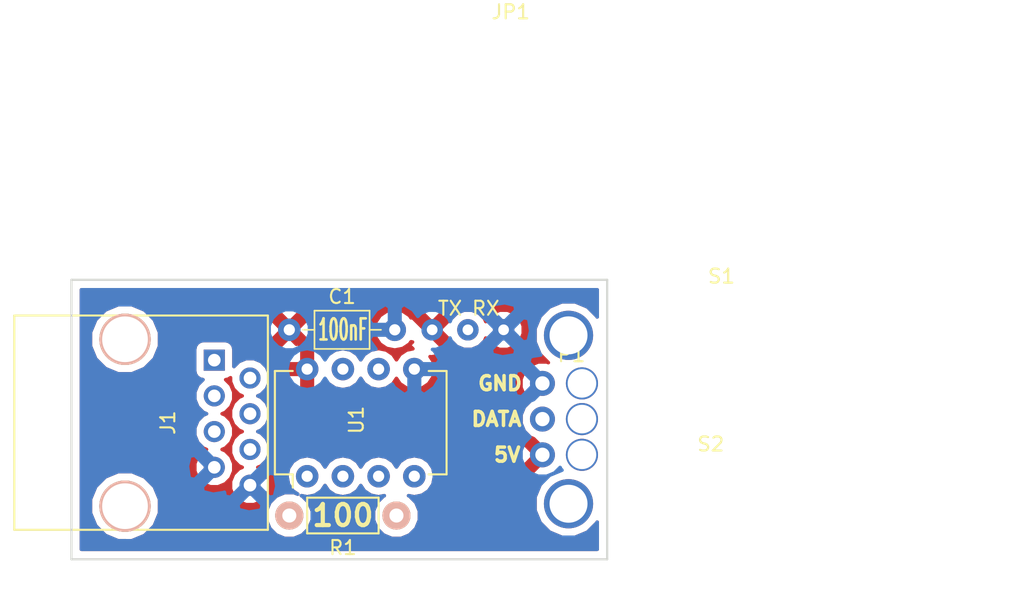
<source format=kicad_pcb>
(kicad_pcb (version 4) (host pcbnew 4.0.6)

  (general
    (links 16)
    (no_connects 8)
    (area 20.32 124.46 75.751 149.860001)
    (thickness 1.6)
    (drawings 11)
    (tracks 0)
    (zones 0)
    (modules 8)
    (nets 11)
  )

  (page A4)
  (layers
    (0 F.Cu signal)
    (31 B.Cu signal)
    (32 B.Adhes user)
    (33 F.Adhes user)
    (34 B.Paste user)
    (35 F.Paste user)
    (36 B.SilkS user)
    (37 F.SilkS user)
    (38 B.Mask user)
    (39 F.Mask user)
    (40 Dwgs.User user)
    (41 Cmts.User user)
    (42 Eco1.User user)
    (43 Eco2.User user)
    (44 Edge.Cuts user)
    (45 Margin user)
    (46 B.CrtYd user)
    (47 F.CrtYd user)
    (48 B.Fab user)
    (49 F.Fab user)
  )

  (setup
    (last_trace_width 0.4)
    (trace_clearance 0.2)
    (zone_clearance 0.508)
    (zone_45_only no)
    (trace_min 0.2)
    (segment_width 0.2)
    (edge_width 0.15)
    (via_size 0.4)
    (via_drill 0.3)
    (via_min_size 0.4)
    (via_min_drill 0.3)
    (uvia_size 0.3)
    (uvia_drill 0.1)
    (uvias_allowed no)
    (uvia_min_size 0.2)
    (uvia_min_drill 0.1)
    (pcb_text_width 0.3)
    (pcb_text_size 1.5 1.5)
    (mod_edge_width 0.15)
    (mod_text_size 1 1)
    (mod_text_width 0.15)
    (pad_size 3.5 3.5)
    (pad_drill 2.7)
    (pad_to_mask_clearance 0.2)
    (aux_axis_origin 0 0)
    (visible_elements FFFFFF7F)
    (pcbplotparams
      (layerselection 0x010f0_80000001)
      (usegerberextensions true)
      (excludeedgelayer true)
      (linewidth 0.100000)
      (plotframeref false)
      (viasonmask false)
      (mode 1)
      (useauxorigin false)
      (hpglpennumber 1)
      (hpglpenspeed 20)
      (hpglpendiameter 15)
      (hpglpenoverlay 2)
      (psnegative false)
      (psa4output false)
      (plotreference true)
      (plotvalue true)
      (plotinvisibletext false)
      (padsonsilk false)
      (subtractmaskfromsilk false)
      (outputformat 1)
      (mirror false)
      (drillshape 0)
      (scaleselection 1)
      (outputdirectory bixi_node.gerbers/))
  )

  (net 0 "")
  (net 1 VCC)
  (net 2 GND)
  (net 3 "Net-(J1-Pad4)")
  (net 4 /DATA)
  (net 5 /DATA_DIFF_A)
  (net 6 /DATA_DIFF_B)
  (net 7 /MODE)
  (net 8 "Net-(J1-Pad3)")
  (net 9 "Net-(J1-Pad5)")
  (net 10 "Net-(J1-Pad6)")

  (net_class Default "This is the default net class."
    (clearance 0.2)
    (trace_width 0.4)
    (via_dia 0.4)
    (via_drill 0.3)
    (uvia_dia 0.3)
    (uvia_drill 0.1)
    (add_net /DATA)
    (add_net /DATA_DIFF_A)
    (add_net /DATA_DIFF_B)
    (add_net /MODE)
    (add_net GND)
    (add_net "Net-(J1-Pad3)")
    (add_net "Net-(J1-Pad4)")
    (add_net "Net-(J1-Pad5)")
    (add_net "Net-(J1-Pad6)")
    (add_net VCC)
  )

  (module Mounting_Holes:MountingHole_2.7mm_Pad locked (layer F.Cu) (tedit 5924CFD1) (tstamp 5924CE23)
    (at 60.75 142.9255)
    (descr "Mounting Hole 2.7mm")
    (tags "mounting hole 2.7mm")
    (fp_text reference S2 (at 10.116 -4.2415) (layer F.SilkS)
      (effects (font (size 1 1) (thickness 0.15)))
    )
    (fp_text value MountingHole_2.7mm_Pad (at 20.276 5.6645) (layer F.Fab)
      (effects (font (size 1 1) (thickness 0.15)))
    )
    (fp_circle (center 0 0) (end 2.7 0) (layer Cmts.User) (width 0.15))
    (fp_circle (center 0 0) (end 2.95 0) (layer F.CrtYd) (width 0.05))
    (pad 1 thru_hole circle (at 0 0) (size 3.5 3.5) (drill 2.7) (layers *.Cu *.Mask))
  )

  (module Housings_DIP:DIP-8_W7.62mm (layer F.Cu) (tedit 5902A5B2) (tstamp 58D6C62E)
    (at 42.164 140.97 90)
    (descr "8-lead dip package, row spacing 7.62 mm (300 mils)")
    (tags "dil dip 2.54 300")
    (path /58CE0617)
    (fp_text reference U1 (at 4 3.5 90) (layer F.SilkS)
      (effects (font (size 1 1) (thickness 0.15)))
    )
    (fp_text value SP3485CN (at 0 -3.72 90) (layer F.Fab)
      (effects (font (size 1 1) (thickness 0.15)))
    )
    (fp_line (start -1.05 -2.45) (end -1.05 10.1) (layer F.CrtYd) (width 0.05))
    (fp_line (start 8.65 -2.45) (end 8.65 10.1) (layer F.CrtYd) (width 0.05))
    (fp_line (start -1.05 -2.45) (end 8.65 -2.45) (layer F.CrtYd) (width 0.05))
    (fp_line (start -1.05 10.1) (end 8.65 10.1) (layer F.CrtYd) (width 0.05))
    (fp_line (start 0.135 -2.295) (end 0.135 -1.025) (layer F.SilkS) (width 0.15))
    (fp_line (start 7.485 -2.295) (end 7.485 -1.025) (layer F.SilkS) (width 0.15))
    (fp_line (start 7.485 9.915) (end 7.485 8.645) (layer F.SilkS) (width 0.15))
    (fp_line (start 0.135 9.915) (end 0.135 8.645) (layer F.SilkS) (width 0.15))
    (fp_line (start 0.135 -2.295) (end 7.485 -2.295) (layer F.SilkS) (width 0.15))
    (fp_line (start 0.135 9.915) (end 7.485 9.915) (layer F.SilkS) (width 0.15))
    (fp_line (start 0.135 -1.025) (end -0.8 -1.025) (layer F.SilkS) (width 0.15))
    (pad 1 thru_hole oval (at 0 0 90) (size 1.6 1.6) (drill 0.8) (layers *.Cu *.Mask)
      (net 4 /DATA))
    (pad 2 thru_hole oval (at 0 2.54 90) (size 1.6 1.6) (drill 0.8) (layers *.Cu *.Mask)
      (net 7 /MODE))
    (pad 3 thru_hole oval (at 0 5.08 90) (size 1.6 1.6) (drill 0.8) (layers *.Cu *.Mask)
      (net 7 /MODE))
    (pad 4 thru_hole oval (at 0 7.62 90) (size 1.6 1.6) (drill 0.8) (layers *.Cu *.Mask)
      (net 4 /DATA))
    (pad 5 thru_hole oval (at 7.62 7.62 90) (size 1.6 1.6) (drill 0.8) (layers *.Cu *.Mask)
      (net 2 GND))
    (pad 6 thru_hole oval (at 7.62 5.08 90) (size 1.6 1.6) (drill 0.8) (layers *.Cu *.Mask)
      (net 5 /DATA_DIFF_A))
    (pad 7 thru_hole oval (at 7.62 2.54 90) (size 1.6 1.6) (drill 0.8) (layers *.Cu *.Mask)
      (net 6 /DATA_DIFF_B))
    (pad 8 thru_hole oval (at 7.62 0 90) (size 1.6 1.6) (drill 0.8) (layers *.Cu *.Mask)
      (net 1 VCC))
    (model Housings_DIP.3dshapes/DIP-8_W7.62mm.wrl
      (at (xyz 0 0 0))
      (scale (xyz 1 1 1))
      (rotate (xyz 0 0 0))
    )
  )

  (module Connectors:RJ45_8 (layer F.Cu) (tedit 5924CF9E) (tstamp 58D6C615)
    (at 29.21 137.16 270)
    (tags RJ45)
    (path /58CDFC74)
    (fp_text reference J1 (at 0 -3.048 270) (layer F.SilkS)
      (effects (font (size 1 1) (thickness 0.15)))
    )
    (fp_text value RJ45 (at 0.14224 -0.1016 270) (layer F.Fab)
      (effects (font (size 1 1) (thickness 0.15)))
    )
    (fp_line (start -7.62 7.874) (end 7.62 7.874) (layer F.SilkS) (width 0.15))
    (fp_line (start 7.62 7.874) (end 7.62 -10.16) (layer F.SilkS) (width 0.15))
    (fp_line (start 7.62 -10.16) (end -7.62 -10.16) (layer F.SilkS) (width 0.15))
    (fp_line (start -7.62 -10.16) (end -7.62 7.874) (layer F.SilkS) (width 0.15))
    (pad Hole np_thru_hole circle (at 5.93852 0 270) (size 3.64998 3.64998) (drill 3.2512) (layers *.Cu *.SilkS *.Mask))
    (pad Hole np_thru_hole circle (at -5.9309 0 270) (size 3.64998 3.64998) (drill 3.2512) (layers *.Cu *.SilkS *.Mask))
    (pad 1 thru_hole rect (at -4.445 -6.35 270) (size 1.50114 1.50114) (drill 0.89916) (layers *.Cu *.Mask)
      (net 5 /DATA_DIFF_A))
    (pad 2 thru_hole circle (at -3.175 -8.89 270) (size 1.50114 1.50114) (drill 0.89916) (layers *.Cu *.Mask)
      (net 6 /DATA_DIFF_B))
    (pad 3 thru_hole circle (at -1.905 -6.35 270) (size 1.50114 1.50114) (drill 0.89916) (layers *.Cu *.Mask)
      (net 8 "Net-(J1-Pad3)"))
    (pad 4 thru_hole circle (at -0.635 -8.89 270) (size 1.50114 1.50114) (drill 0.89916) (layers *.Cu *.Mask)
      (net 3 "Net-(J1-Pad4)"))
    (pad 5 thru_hole circle (at 0.635 -6.35 270) (size 1.50114 1.50114) (drill 0.89916) (layers *.Cu *.Mask)
      (net 9 "Net-(J1-Pad5)"))
    (pad 6 thru_hole circle (at 1.905 -8.89 270) (size 1.50114 1.50114) (drill 0.89916) (layers *.Cu *.Mask)
      (net 10 "Net-(J1-Pad6)"))
    (pad 7 thru_hole circle (at 3.175 -6.35 270) (size 1.50114 1.50114) (drill 0.89916) (layers *.Cu *.Mask)
      (net 2 GND))
    (pad 8 thru_hole circle (at 4.445 -8.89 270) (size 1.50114 1.50114) (drill 0.89916) (layers *.Cu *.Mask)
      (net 2 GND))
    (model Connect.3dshapes/RJ45_8.wrl
      (at (xyz 0 0 0))
      (scale (xyz 0.4 0.4 0.4))
      (rotate (xyz 0 0 0))
    )
  )

  (module Resistors_THT:Resistor_Horizontal_RM7mm (layer F.Cu) (tedit 5924CEEC) (tstamp 58F4D1B9)
    (at 40.894 143.764)
    (descr "Resistor, Axial,  RM 7.62mm, 1/3W,")
    (tags "Resistor Axial RM 7.62mm 1/3W R3")
    (path /5901DDA4)
    (fp_text reference R1 (at 3.81 2.286) (layer F.SilkS)
      (effects (font (size 1 1) (thickness 0.15)))
    )
    (fp_text value R (at 3.81 3.81) (layer F.Fab)
      (effects (font (size 1 1) (thickness 0.15)))
    )
    (fp_line (start -1.25 -1.5) (end 8.85 -1.5) (layer F.CrtYd) (width 0.05))
    (fp_line (start -1.25 1.5) (end -1.25 -1.5) (layer F.CrtYd) (width 0.05))
    (fp_line (start 8.85 -1.5) (end 8.85 1.5) (layer F.CrtYd) (width 0.05))
    (fp_line (start -1.25 1.5) (end 8.85 1.5) (layer F.CrtYd) (width 0.05))
    (fp_line (start 1.27 -1.27) (end 6.35 -1.27) (layer F.SilkS) (width 0.15))
    (fp_line (start 6.35 -1.27) (end 6.35 1.27) (layer F.SilkS) (width 0.15))
    (fp_line (start 6.35 1.27) (end 1.27 1.27) (layer F.SilkS) (width 0.15))
    (fp_line (start 1.27 1.27) (end 1.27 -1.27) (layer F.SilkS) (width 0.15))
    (pad 1 thru_hole circle (at 0 0) (size 1.99898 1.99898) (drill 1.00076) (layers *.Cu *.SilkS *.Mask)
      (net 6 /DATA_DIFF_B))
    (pad 2 thru_hole circle (at 7.62 0) (size 1.99898 1.99898) (drill 1.00076) (layers *.Cu *.SilkS *.Mask)
      (net 5 /DATA_DIFF_A))
  )

  (module custom:jumper_3_pin_fixed (layer F.Cu) (tedit 5924CFF8) (tstamp 58EA52F2)
    (at 53.594 130.556)
    (path /58EA59A3)
    (fp_text reference JP1 (at 3.048 -22.606) (layer F.SilkS)
      (effects (font (size 1 1) (thickness 0.15)))
    )
    (fp_text value Jumper_NC_Dual (at 2.794 -19.812) (layer F.Fab)
      (effects (font (size 1 1) (thickness 0.15)))
    )
    (pad 1 thru_hole circle (at -2.54 0) (size 1.524 1.524) (drill 0.762) (layers *.Cu *.Mask)
      (net 1 VCC))
    (pad 2 thru_hole circle (at 0 0) (size 1.524 1.524) (drill 0.762) (layers *.Cu *.Mask)
      (net 7 /MODE))
    (pad 3 thru_hole circle (at 2.54 0) (size 1.524 1.524) (drill 0.762) (layers *.Cu *.Mask)
      (net 2 GND))
  )

  (module Capacitors_THT:C_Axial_L3.8mm_D2.6mm_P7.50mm_Horizontal (layer F.Cu) (tedit 58765D06) (tstamp 5902A596)
    (at 40.894 130.556)
    (descr "C, Axial series, Axial, Horizontal, pin pitch=7.5mm, , length*diameter=3.8*2.6mm^2, http://www.vishay.com/docs/45231/arseries.pdf")
    (tags "C Axial series Axial Horizontal pin pitch 7.5mm  length 3.8mm diameter 2.6mm")
    (path /58CE0786)
    (fp_text reference C1 (at 3.75 -2.36) (layer F.SilkS)
      (effects (font (size 1 1) (thickness 0.15)))
    )
    (fp_text value C (at 3.75 2.36) (layer F.Fab)
      (effects (font (size 1 1) (thickness 0.15)))
    )
    (fp_line (start 1.85 -1.3) (end 1.85 1.3) (layer F.Fab) (width 0.1))
    (fp_line (start 1.85 1.3) (end 5.65 1.3) (layer F.Fab) (width 0.1))
    (fp_line (start 5.65 1.3) (end 5.65 -1.3) (layer F.Fab) (width 0.1))
    (fp_line (start 5.65 -1.3) (end 1.85 -1.3) (layer F.Fab) (width 0.1))
    (fp_line (start 0 0) (end 1.85 0) (layer F.Fab) (width 0.1))
    (fp_line (start 7.5 0) (end 5.65 0) (layer F.Fab) (width 0.1))
    (fp_line (start 1.79 -1.36) (end 1.79 1.36) (layer F.SilkS) (width 0.12))
    (fp_line (start 1.79 1.36) (end 5.71 1.36) (layer F.SilkS) (width 0.12))
    (fp_line (start 5.71 1.36) (end 5.71 -1.36) (layer F.SilkS) (width 0.12))
    (fp_line (start 5.71 -1.36) (end 1.79 -1.36) (layer F.SilkS) (width 0.12))
    (fp_line (start 0.98 0) (end 1.79 0) (layer F.SilkS) (width 0.12))
    (fp_line (start 6.52 0) (end 5.71 0) (layer F.SilkS) (width 0.12))
    (fp_line (start -1.05 -1.65) (end -1.05 1.65) (layer F.CrtYd) (width 0.05))
    (fp_line (start -1.05 1.65) (end 8.55 1.65) (layer F.CrtYd) (width 0.05))
    (fp_line (start 8.55 1.65) (end 8.55 -1.65) (layer F.CrtYd) (width 0.05))
    (fp_line (start 8.55 -1.65) (end -1.05 -1.65) (layer F.CrtYd) (width 0.05))
    (pad 1 thru_hole circle (at 0 0) (size 1.6 1.6) (drill 0.8) (layers *.Cu *.Mask)
      (net 1 VCC))
    (pad 2 thru_hole oval (at 7.5 0) (size 1.6 1.6) (drill 0.8) (layers *.Cu *.Mask)
      (net 2 GND))
    (model Capacitors_THT.3dshapes/C_Axial_L3.8mm_D2.6mm_P7.50mm_Horizontal.wrl
      (at (xyz 0 0 0))
      (scale (xyz 0.393701 0.393701 0.393701))
      (rotate (xyz 0 0 0))
    )
  )

  (module custom:3-wire-hole-with-relief (layer F.Cu) (tedit 5924CFA5) (tstamp 5927393F)
    (at 60.706 136.906)
    (path /58D6C384)
    (fp_text reference P1 (at 0.254 -4.572) (layer F.SilkS)
      (effects (font (size 1 1) (thickness 0.15)))
    )
    (fp_text value CONN_01X03 (at 23.368 1.27) (layer F.Fab)
      (effects (font (size 1 1) (thickness 0.15)))
    )
    (pad 1 thru_hole circle (at -1.81 -2.54) (size 1.778 1.778) (drill 1.016) (layers *.Cu *.Mask)
      (net 2 GND))
    (pad 2 thru_hole circle (at -1.81 0) (size 1.778 1.778) (drill 1.016) (layers *.Cu *.Mask)
      (net 4 /DATA))
    (pad 3 thru_hole circle (at -1.81 2.54) (size 1.778 1.778) (drill 1.016) (layers *.Cu *.Mask)
      (net 1 VCC))
    (pad "" np_thru_hole circle (at 1 -2.54) (size 2.286 2.286) (drill 2.032) (layers *.Cu *.Mask))
    (pad "" np_thru_hole circle (at 1 0) (size 2.286 2.286) (drill 2.032) (layers *.Cu *.Mask))
    (pad "" np_thru_hole circle (at 1 2.54) (size 2.286 2.286) (drill 2.032) (layers *.Cu *.Mask))
  )

  (module Mounting_Holes:MountingHole_2.7mm_Pad locked (layer F.Cu) (tedit 5924CFCC) (tstamp 5924CDA8)
    (at 60.75 130.95)
    (descr "Mounting Hole 2.7mm")
    (tags "mounting hole 2.7mm")
    (fp_text reference S1 (at 10.878 -4.204) (layer F.SilkS)
      (effects (font (size 1 1) (thickness 0.15)))
    )
    (fp_text value MountingHole_2.7mm_Pad (at 22.562 -1.41) (layer F.Fab)
      (effects (font (size 1 1) (thickness 0.15)))
    )
    (fp_circle (center 0 0) (end 2.7 0) (layer Cmts.User) (width 0.15))
    (fp_circle (center 0 0) (end 2.95 0) (layer F.CrtYd) (width 0.05))
    (pad 1 thru_hole circle (at 0 0) (size 3.5 3.5) (drill 2.7) (layers *.Cu *.Mask))
  )

  (gr_text 5V (at 56.388 139.446) (layer F.SilkS) (tstamp 5924D153)
    (effects (font (size 1 1) (thickness 0.25)))
  )
  (gr_text DATA (at 55.626 136.906) (layer F.SilkS) (tstamp 5924D151)
    (effects (font (size 1 1) (thickness 0.25)))
  )
  (gr_text GND (at 55.88 134.366) (layer F.SilkS)
    (effects (font (size 1 1) (thickness 0.25)))
  )
  (gr_text 100 (at 44.704 143.764) (layer F.SilkS)
    (effects (font (size 1.5 1.5) (thickness 0.3)))
  )
  (gr_text 100nF (at 44.704 130.556) (layer F.SilkS)
    (effects (font (size 1.5 0.75) (thickness 0.1875)))
  )
  (gr_line (start 25.4 146.8755) (end 63.5 146.8755) (angle 90) (layer Edge.Cuts) (width 0.15) (tstamp 5924CA57))
  (gr_line (start 63.5 127) (end 63.5 146.8755) (angle 90) (layer Edge.Cuts) (width 0.15) (tstamp 5924CA4E))
  (gr_line (start 25.4 127) (end 25.4 146.8755) (angle 90) (layer Edge.Cuts) (width 0.15))
  (gr_line (start 25.4 127) (end 63.5 127) (angle 90) (layer Edge.Cuts) (width 0.15))
  (gr_text RX (at 54.864 129.032) (layer F.SilkS)
    (effects (font (size 1 1) (thickness 0.15)))
  )
  (gr_text TX (at 52.324 129.032) (layer F.SilkS)
    (effects (font (size 1 1) (thickness 0.15)))
  )

  (zone (net 1) (net_name VCC) (layer F.Cu) (tstamp 5924CF79) (hatch edge 0.508)
    (connect_pads (clearance 0.508))
    (min_thickness 0.254)
    (fill yes (arc_segments 16) (thermal_gap 1) (thermal_bridge_width 1))
    (polygon
      (pts
        (xy 66.04 149.86) (xy 20.32 149.86) (xy 20.32 124.46) (xy 66.04 124.46)
      )
    )
    (filled_polygon
      (pts
        (xy 62.79 129.641711) (xy 62.773084 129.600771) (xy 62.102758 128.929274) (xy 61.226487 128.565415) (xy 60.277675 128.564587)
        (xy 59.400771 128.926916) (xy 58.729274 129.597242) (xy 58.365415 130.473513) (xy 58.364587 131.422325) (xy 58.726916 132.299229)
        (xy 59.317525 132.89087) (xy 59.200472 132.842265) (xy 58.594188 132.841736) (xy 58.033851 133.073262) (xy 57.604769 133.501596)
        (xy 57.372265 134.061528) (xy 57.371736 134.667812) (xy 57.603262 135.228149) (xy 58.010737 135.636336) (xy 57.604769 136.041596)
        (xy 57.372265 136.601528) (xy 57.371736 137.207812) (xy 57.603262 137.768149) (xy 58.031596 138.197231) (xy 58.276372 138.298871)
        (xy 58.896 138.918498) (xy 58.910142 138.904356) (xy 59.437644 139.431858) (xy 59.423502 139.446) (xy 59.437644 139.460142)
        (xy 58.910142 139.987644) (xy 58.896 139.973502) (xy 57.933568 140.935933) (xy 58.009632 141.300567) (xy 58.786814 141.498595)
        (xy 58.806376 141.495774) (xy 58.729274 141.572742) (xy 58.365415 142.449013) (xy 58.364587 143.397825) (xy 58.726916 144.274729)
        (xy 59.397242 144.946226) (xy 60.273513 145.310085) (xy 61.222325 145.310913) (xy 62.099229 144.948584) (xy 62.770726 144.278258)
        (xy 62.79 144.231841) (xy 62.79 146.1655) (xy 26.11 146.1655) (xy 26.11 143.585695) (xy 26.749584 143.585695)
        (xy 27.123306 144.490172) (xy 27.814708 145.182782) (xy 28.718531 145.558082) (xy 29.697175 145.558936) (xy 30.601652 145.185214)
        (xy 31.294262 144.493812) (xy 31.462896 144.087694) (xy 39.259226 144.087694) (xy 39.507538 144.688655) (xy 39.966927 145.148846)
        (xy 40.567453 145.398206) (xy 41.217694 145.398774) (xy 41.818655 145.150462) (xy 42.278846 144.691073) (xy 42.528206 144.090547)
        (xy 42.528774 143.440306) (xy 42.280462 142.839345) (xy 41.821073 142.379154) (xy 41.755183 142.351794) (xy 42.164 142.433113)
        (xy 42.713151 142.32388) (xy 43.178698 142.012811) (xy 43.434 141.630725) (xy 43.689302 142.012811) (xy 44.154849 142.32388)
        (xy 44.704 142.433113) (xy 45.253151 142.32388) (xy 45.718698 142.012811) (xy 45.974 141.630725) (xy 46.229302 142.012811)
        (xy 46.694849 142.32388) (xy 47.244 142.433113) (xy 47.650566 142.352242) (xy 47.589345 142.377538) (xy 47.129154 142.836927)
        (xy 46.879794 143.437453) (xy 46.879226 144.087694) (xy 47.127538 144.688655) (xy 47.586927 145.148846) (xy 48.187453 145.398206)
        (xy 48.837694 145.398774) (xy 49.438655 145.150462) (xy 49.898846 144.691073) (xy 50.148206 144.090547) (xy 50.148774 143.440306)
        (xy 49.900462 142.839345) (xy 49.441073 142.379154) (xy 49.375183 142.351794) (xy 49.784 142.433113) (xy 50.333151 142.32388)
        (xy 50.798698 142.012811) (xy 51.109767 141.547264) (xy 51.219 140.998113) (xy 51.219 140.941887) (xy 51.109767 140.392736)
        (xy 50.798698 139.927189) (xy 50.333151 139.61612) (xy 49.784 139.506887) (xy 49.234849 139.61612) (xy 48.769302 139.927189)
        (xy 48.514 140.309275) (xy 48.258698 139.927189) (xy 47.793151 139.61612) (xy 47.244 139.506887) (xy 46.694849 139.61612)
        (xy 46.229302 139.927189) (xy 45.974 140.309275) (xy 45.718698 139.927189) (xy 45.253151 139.61612) (xy 44.704 139.506887)
        (xy 44.154849 139.61612) (xy 43.689302 139.927189) (xy 43.434 140.309275) (xy 43.178698 139.927189) (xy 42.713151 139.61612)
        (xy 42.164 139.506887) (xy 41.614849 139.61612) (xy 41.149302 139.927189) (xy 40.838233 140.392736) (xy 40.729 140.941887)
        (xy 40.729 140.998113) (xy 40.838233 141.547264) (xy 41.149302 142.012811) (xy 41.494832 142.243687) (xy 41.220547 142.129794)
        (xy 40.570306 142.129226) (xy 39.969345 142.377538) (xy 39.509154 142.836927) (xy 39.259794 143.437453) (xy 39.259226 144.087694)
        (xy 31.462896 144.087694) (xy 31.669562 143.589989) (xy 31.670416 142.611345) (xy 31.296694 141.706868) (xy 30.605292 141.014258)
        (xy 29.701469 140.638958) (xy 28.722825 140.638104) (xy 27.818348 141.011826) (xy 27.125738 141.703228) (xy 26.750438 142.607051)
        (xy 26.749584 143.585695) (xy 26.11 143.585695) (xy 26.11 131.716275) (xy 26.749584 131.716275) (xy 27.123306 132.620752)
        (xy 27.814708 133.313362) (xy 28.718531 133.688662) (xy 29.697175 133.689516) (xy 30.601652 133.315794) (xy 31.294262 132.624392)
        (xy 31.568302 131.96443) (xy 34.16199 131.96443) (xy 34.16199 133.46557) (xy 34.206268 133.700887) (xy 34.34534 133.917011)
        (xy 34.55754 134.062001) (xy 34.754021 134.101789) (xy 34.386056 134.469113) (xy 34.174671 134.978184) (xy 34.17419 135.529398)
        (xy 34.384686 136.038837) (xy 34.774113 136.428944) (xy 35.005381 136.524975) (xy 34.776163 136.619686) (xy 34.386056 137.009113)
        (xy 34.174671 137.518184) (xy 34.17419 138.069398) (xy 34.384686 138.578837) (xy 34.774113 138.968944) (xy 35.005381 139.064975)
        (xy 34.776163 139.159686) (xy 34.386056 139.549113) (xy 34.174671 140.058184) (xy 34.17419 140.609398) (xy 34.384686 141.118837)
        (xy 34.774113 141.508944) (xy 35.283184 141.720329) (xy 35.834398 141.72081) (xy 36.343837 141.510314) (xy 36.733944 141.120887)
        (xy 36.945329 140.611816) (xy 36.94581 140.060602) (xy 36.735314 139.551163) (xy 36.345887 139.161056) (xy 36.114619 139.065025)
        (xy 36.343837 138.970314) (xy 36.733944 138.580887) (xy 36.945329 138.071816) (xy 36.94581 137.520602) (xy 36.735314 137.011163)
        (xy 36.345887 136.621056) (xy 36.114619 136.525025) (xy 36.343837 136.430314) (xy 36.733944 136.040887) (xy 36.945329 135.531816)
        (xy 36.94581 134.980602) (xy 36.735314 134.471163) (xy 36.367156 134.102363) (xy 36.545887 134.068732) (xy 36.714451 133.960264)
        (xy 36.71419 134.259398) (xy 36.924686 134.768837) (xy 37.314113 135.158944) (xy 37.545381 135.254975) (xy 37.316163 135.349686)
        (xy 36.926056 135.739113) (xy 36.714671 136.248184) (xy 36.71419 136.799398) (xy 36.924686 137.308837) (xy 37.314113 137.698944)
        (xy 37.545381 137.794975) (xy 37.316163 137.889686) (xy 36.926056 138.279113) (xy 36.714671 138.788184) (xy 36.71419 139.339398)
        (xy 36.924686 139.848837) (xy 37.314113 140.238944) (xy 37.545381 140.334975) (xy 37.316163 140.429686) (xy 36.926056 140.819113)
        (xy 36.714671 141.328184) (xy 36.71419 141.879398) (xy 36.924686 142.388837) (xy 37.314113 142.778944) (xy 37.823184 142.990329)
        (xy 38.374398 142.99081) (xy 38.883837 142.780314) (xy 39.273944 142.390887) (xy 39.485329 141.881816) (xy 39.48581 141.330602)
        (xy 39.275314 140.821163) (xy 38.885887 140.431056) (xy 38.654619 140.335025) (xy 38.883837 140.240314) (xy 39.273944 139.850887)
        (xy 39.485329 139.341816) (xy 39.485333 139.336814) (xy 56.843405 139.336814) (xy 56.957866 140.130619) (xy 57.041433 140.332368)
        (xy 57.406067 140.408432) (xy 58.368498 139.446) (xy 57.406067 138.483568) (xy 57.041433 138.559632) (xy 56.843405 139.336814)
        (xy 39.485333 139.336814) (xy 39.48581 138.790602) (xy 39.275314 138.281163) (xy 38.885887 137.891056) (xy 38.654619 137.795025)
        (xy 38.883837 137.700314) (xy 39.273944 137.310887) (xy 39.485329 136.801816) (xy 39.48581 136.250602) (xy 39.275314 135.741163)
        (xy 38.885887 135.351056) (xy 38.654619 135.255025) (xy 38.883837 135.160314) (xy 39.273944 134.770887) (xy 39.485329 134.261816)
        (xy 39.485545 134.014159) (xy 40.355048 134.014159) (xy 40.746909 134.655859) (xy 41.354509 135.098754) (xy 41.499844 135.158929)
        (xy 41.791 134.95241) (xy 41.791 133.723) (xy 40.555172 133.723) (xy 40.355048 134.014159) (xy 39.485545 134.014159)
        (xy 39.48581 133.710602) (xy 39.275314 133.201163) (xy 38.885887 132.811056) (xy 38.376816 132.599671) (xy 37.825602 132.59919)
        (xy 37.316163 132.809686) (xy 36.95801 133.167215) (xy 36.95801 131.980218) (xy 39.997284 131.980218) (xy 40.061914 132.335854)
        (xy 40.502635 132.444156) (xy 40.355048 132.685841) (xy 40.555172 132.977) (xy 41.791 132.977) (xy 41.791 131.74759)
        (xy 42.537 131.74759) (xy 42.537 132.977) (xy 42.557 132.977) (xy 42.557 133.723) (xy 42.537 133.723)
        (xy 42.537 134.95241) (xy 42.828156 135.158929) (xy 42.973491 135.098754) (xy 43.581091 134.655859) (xy 43.726533 134.417688)
        (xy 44.154849 134.70388) (xy 44.704 134.813113) (xy 45.253151 134.70388) (xy 45.718698 134.392811) (xy 45.974 134.010725)
        (xy 46.229302 134.392811) (xy 46.694849 134.70388) (xy 47.244 134.813113) (xy 47.793151 134.70388) (xy 48.258698 134.392811)
        (xy 48.514 134.010725) (xy 48.769302 134.392811) (xy 49.234849 134.70388) (xy 49.784 134.813113) (xy 50.333151 134.70388)
        (xy 50.798698 134.392811) (xy 51.109767 133.927264) (xy 51.219 133.378113) (xy 51.219 133.321887) (xy 51.109767 132.772736)
        (xy 50.902669 132.462792) (xy 50.975589 132.480411) (xy 51.717997 132.363931) (xy 51.862883 132.303918) (xy 51.922604 131.952106)
        (xy 51.054 131.083502) (xy 51.039858 131.097644) (xy 50.512356 130.570142) (xy 50.526498 130.556) (xy 51.581502 130.556)
        (xy 52.450106 131.424604) (xy 52.481786 131.419226) (xy 52.80163 131.739629) (xy 53.3149 131.952757) (xy 53.870661 131.953242)
        (xy 54.384303 131.74101) (xy 54.777629 131.34837) (xy 54.863949 131.140488) (xy 54.94899 131.346303) (xy 55.34163 131.739629)
        (xy 55.8549 131.952757) (xy 56.410661 131.953242) (xy 56.924303 131.74101) (xy 57.317629 131.34837) (xy 57.530757 130.8351)
        (xy 57.531242 130.279339) (xy 57.31901 129.765697) (xy 56.92637 129.372371) (xy 56.4131 129.159243) (xy 55.857339 129.158758)
        (xy 55.343697 129.37099) (xy 54.950371 129.76363) (xy 54.864051 129.971512) (xy 54.77901 129.765697) (xy 54.38637 129.372371)
        (xy 53.8731 129.159243) (xy 53.317339 129.158758) (xy 52.803697 129.37099) (xy 52.481414 129.692711) (xy 52.450106 129.687396)
        (xy 51.581502 130.556) (xy 50.526498 130.556) (xy 49.657894 129.687396) (xy 49.547006 129.70622) (xy 49.436811 129.541302)
        (xy 48.971264 129.230233) (xy 48.617647 129.159894) (xy 50.185396 129.159894) (xy 51.054 130.028498) (xy 51.922604 129.159894)
        (xy 51.862883 128.808082) (xy 51.132411 128.631589) (xy 50.390003 128.748069) (xy 50.245117 128.808082) (xy 50.185396 129.159894)
        (xy 48.617647 129.159894) (xy 48.422113 129.121) (xy 48.365887 129.121) (xy 47.816736 129.230233) (xy 47.351189 129.541302)
        (xy 47.04012 130.006849) (xy 46.930887 130.556) (xy 47.04012 131.105151) (xy 47.351189 131.570698) (xy 47.816736 131.881767)
        (xy 48.365887 131.991) (xy 48.422113 131.991) (xy 48.971264 131.881767) (xy 49.436811 131.570698) (xy 49.547006 131.40578)
        (xy 49.657892 131.424604) (xy 49.430114 131.652382) (xy 49.684426 131.906694) (xy 49.234849 131.99612) (xy 48.769302 132.307189)
        (xy 48.514 132.689275) (xy 48.258698 132.307189) (xy 47.793151 131.99612) (xy 47.244 131.886887) (xy 46.694849 131.99612)
        (xy 46.229302 132.307189) (xy 45.974 132.689275) (xy 45.718698 132.307189) (xy 45.253151 131.99612) (xy 44.704 131.886887)
        (xy 44.154849 131.99612) (xy 43.726533 132.282312) (xy 43.581091 132.044141) (xy 42.973491 131.601246) (xy 42.828156 131.541071)
        (xy 42.537 131.74759) (xy 41.791 131.74759) (xy 41.499844 131.541071) (xy 41.394985 131.584487) (xy 40.894 131.083502)
        (xy 39.997284 131.980218) (xy 36.95801 131.980218) (xy 36.95801 131.96443) (xy 36.913732 131.729113) (xy 36.77466 131.512989)
        (xy 36.56246 131.367999) (xy 36.31057 131.31699) (xy 34.80943 131.31699) (xy 34.574113 131.361268) (xy 34.357989 131.50034)
        (xy 34.212999 131.71254) (xy 34.16199 131.96443) (xy 31.568302 131.96443) (xy 31.669562 131.720569) (xy 31.670416 130.741925)
        (xy 31.557387 130.468373) (xy 38.931204 130.468373) (xy 39.04708 131.226173) (xy 39.114146 131.388086) (xy 39.469782 131.452716)
        (xy 40.366498 130.556) (xy 41.421502 130.556) (xy 42.318218 131.452716) (xy 42.673854 131.388086) (xy 42.856796 130.643627)
        (xy 42.74092 129.885827) (xy 42.673854 129.723914) (xy 42.318218 129.659284) (xy 41.421502 130.556) (xy 40.366498 130.556)
        (xy 39.469782 129.659284) (xy 39.114146 129.723914) (xy 38.931204 130.468373) (xy 31.557387 130.468373) (xy 31.296694 129.837448)
        (xy 30.605292 129.144838) (xy 30.57385 129.131782) (xy 39.997284 129.131782) (xy 40.894 130.028498) (xy 41.790716 129.131782)
        (xy 41.726086 128.776146) (xy 40.981627 128.593204) (xy 40.223827 128.70908) (xy 40.061914 128.776146) (xy 39.997284 129.131782)
        (xy 30.57385 129.131782) (xy 29.701469 128.769538) (xy 28.722825 128.768684) (xy 27.818348 129.142406) (xy 27.125738 129.833808)
        (xy 26.750438 130.737631) (xy 26.749584 131.716275) (xy 26.11 131.716275) (xy 26.11 127.71) (xy 62.79 127.71)
      )
    )
  )
  (zone (net 2) (net_name GND) (layer B.Cu) (tstamp 5924CF7A) (hatch edge 0.508)
    (connect_pads (clearance 0.508))
    (min_thickness 0.254)
    (fill yes (arc_segments 16) (thermal_gap 1) (thermal_bridge_width 1))
    (polygon
      (pts
        (xy 66.04 149.86) (xy 20.32 149.86) (xy 20.32 124.46) (xy 66.04 124.46)
      )
    )
    (filled_polygon
      (pts
        (xy 62.79 129.641711) (xy 62.773084 129.600771) (xy 62.102758 128.929274) (xy 61.226487 128.565415) (xy 60.277675 128.564587)
        (xy 59.400771 128.926916) (xy 58.729274 129.597242) (xy 58.365415 130.473513) (xy 58.364587 131.422325) (xy 58.726916 132.299229)
        (xy 58.774301 132.346697) (xy 58.211381 132.427866) (xy 58.009632 132.511433) (xy 57.933568 132.876067) (xy 58.896 133.838498)
        (xy 58.910142 133.824356) (xy 59.437644 134.351858) (xy 59.423502 134.366) (xy 59.437644 134.380142) (xy 58.910142 134.907644)
        (xy 58.896 134.893502) (xy 58.276499 135.513002) (xy 58.033851 135.613262) (xy 57.604769 136.041596) (xy 57.372265 136.601528)
        (xy 57.371736 137.207812) (xy 57.603262 137.768149) (xy 58.010737 138.176336) (xy 57.604769 138.581596) (xy 57.372265 139.141528)
        (xy 57.371736 139.747812) (xy 57.603262 140.308149) (xy 58.031596 140.737231) (xy 58.591528 140.969735) (xy 59.197812 140.970264)
        (xy 59.758149 140.738738) (xy 60.153343 140.344232) (xy 60.197806 140.45184) (xy 60.285906 140.540094) (xy 60.277675 140.540087)
        (xy 59.400771 140.902416) (xy 58.729274 141.572742) (xy 58.365415 142.449013) (xy 58.364587 143.397825) (xy 58.726916 144.274729)
        (xy 59.397242 144.946226) (xy 60.273513 145.310085) (xy 61.222325 145.310913) (xy 62.099229 144.948584) (xy 62.770726 144.278258)
        (xy 62.79 144.231841) (xy 62.79 146.1655) (xy 26.11 146.1655) (xy 26.11 143.585695) (xy 26.749584 143.585695)
        (xy 27.123306 144.490172) (xy 27.814708 145.182782) (xy 28.718531 145.558082) (xy 29.697175 145.558936) (xy 30.601652 145.185214)
        (xy 31.294262 144.493812) (xy 31.462896 144.087694) (xy 39.259226 144.087694) (xy 39.507538 144.688655) (xy 39.966927 145.148846)
        (xy 40.567453 145.398206) (xy 41.217694 145.398774) (xy 41.818655 145.150462) (xy 42.278846 144.691073) (xy 42.528206 144.090547)
        (xy 42.528774 143.440306) (xy 42.280462 142.839345) (xy 41.821073 142.379154) (xy 41.755183 142.351794) (xy 42.164 142.433113)
        (xy 42.713151 142.32388) (xy 43.178698 142.012811) (xy 43.434 141.630725) (xy 43.689302 142.012811) (xy 44.154849 142.32388)
        (xy 44.704 142.433113) (xy 45.253151 142.32388) (xy 45.718698 142.012811) (xy 45.974 141.630725) (xy 46.229302 142.012811)
        (xy 46.694849 142.32388) (xy 47.244 142.433113) (xy 47.650566 142.352242) (xy 47.589345 142.377538) (xy 47.129154 142.836927)
        (xy 46.879794 143.437453) (xy 46.879226 144.087694) (xy 47.127538 144.688655) (xy 47.586927 145.148846) (xy 48.187453 145.398206)
        (xy 48.837694 145.398774) (xy 49.438655 145.150462) (xy 49.898846 144.691073) (xy 50.148206 144.090547) (xy 50.148774 143.440306)
        (xy 49.900462 142.839345) (xy 49.441073 142.379154) (xy 49.375183 142.351794) (xy 49.784 142.433113) (xy 50.333151 142.32388)
        (xy 50.798698 142.012811) (xy 51.109767 141.547264) (xy 51.219 140.998113) (xy 51.219 140.941887) (xy 51.109767 140.392736)
        (xy 50.798698 139.927189) (xy 50.333151 139.61612) (xy 49.784 139.506887) (xy 49.234849 139.61612) (xy 48.769302 139.927189)
        (xy 48.514 140.309275) (xy 48.258698 139.927189) (xy 47.793151 139.61612) (xy 47.244 139.506887) (xy 46.694849 139.61612)
        (xy 46.229302 139.927189) (xy 45.974 140.309275) (xy 45.718698 139.927189) (xy 45.253151 139.61612) (xy 44.704 139.506887)
        (xy 44.154849 139.61612) (xy 43.689302 139.927189) (xy 43.434 140.309275) (xy 43.178698 139.927189) (xy 42.713151 139.61612)
        (xy 42.164 139.506887) (xy 41.614849 139.61612) (xy 41.149302 139.927189) (xy 40.838233 140.392736) (xy 40.729 140.941887)
        (xy 40.729 140.998113) (xy 40.838233 141.547264) (xy 41.149302 142.012811) (xy 41.494832 142.243687) (xy 41.220547 142.129794)
        (xy 40.570306 142.129226) (xy 39.969345 142.377538) (xy 39.509154 142.836927) (xy 39.259794 143.437453) (xy 39.259226 144.087694)
        (xy 31.462896 144.087694) (xy 31.669562 143.589989) (xy 31.670083 142.992643) (xy 37.239859 142.992643) (xy 37.2981 143.343306)
        (xy 38.024362 143.51786) (xy 38.76214 143.401198) (xy 38.9019 143.343306) (xy 38.960141 142.992643) (xy 38.1 142.132502)
        (xy 37.239859 142.992643) (xy 31.670083 142.992643) (xy 31.670416 142.611345) (xy 31.296694 141.706868) (xy 30.605292 141.014258)
        (xy 29.701469 140.638958) (xy 28.722825 140.638104) (xy 27.818348 141.011826) (xy 27.125738 141.703228) (xy 26.750438 142.607051)
        (xy 26.749584 143.585695) (xy 26.11 143.585695) (xy 26.11 140.259362) (xy 33.64714 140.259362) (xy 33.763802 140.99714)
        (xy 33.821694 141.1369) (xy 34.172357 141.195141) (xy 35.032498 140.335) (xy 34.172357 139.474859) (xy 33.821694 139.5331)
        (xy 33.64714 140.259362) (xy 26.11 140.259362) (xy 26.11 131.716275) (xy 26.749584 131.716275) (xy 27.123306 132.620752)
        (xy 27.814708 133.313362) (xy 28.718531 133.688662) (xy 29.697175 133.689516) (xy 30.601652 133.315794) (xy 31.294262 132.624392)
        (xy 31.568302 131.96443) (xy 34.16199 131.96443) (xy 34.16199 133.46557) (xy 34.206268 133.700887) (xy 34.34534 133.917011)
        (xy 34.55754 134.062001) (xy 34.754021 134.101789) (xy 34.386056 134.469113) (xy 34.174671 134.978184) (xy 34.17419 135.529398)
        (xy 34.384686 136.038837) (xy 34.774113 136.428944) (xy 35.005381 136.524975) (xy 34.776163 136.619686) (xy 34.386056 137.009113)
        (xy 34.174671 137.518184) (xy 34.17419 138.069398) (xy 34.384686 138.578837) (xy 34.707377 138.902092) (xy 34.699859 138.947357)
        (xy 35.56 139.807498) (xy 35.574142 139.793356) (xy 36.101644 140.320858) (xy 36.087502 140.335) (xy 36.101644 140.349142)
        (xy 35.574142 140.876644) (xy 35.56 140.862502) (xy 34.699859 141.722643) (xy 34.7581 142.073306) (xy 35.484362 142.24786)
        (xy 36.22214 142.131198) (xy 36.278607 142.107808) (xy 36.303802 142.26714) (xy 36.361694 142.4069) (xy 36.712357 142.465141)
        (xy 37.572498 141.605) (xy 38.627502 141.605) (xy 39.487643 142.465141) (xy 39.838306 142.4069) (xy 40.01286 141.680638)
        (xy 39.896198 140.94286) (xy 39.838306 140.8031) (xy 39.487643 140.744859) (xy 38.627502 141.605) (xy 37.572498 141.605)
        (xy 37.558356 141.590858) (xy 38.085858 141.063356) (xy 38.1 141.077498) (xy 38.960141 140.217357) (xy 38.95256 140.171711)
        (xy 39.273944 139.850887) (xy 39.485329 139.341816) (xy 39.48581 138.790602) (xy 39.275314 138.281163) (xy 38.885887 137.891056)
        (xy 38.654619 137.795025) (xy 38.883837 137.700314) (xy 39.273944 137.310887) (xy 39.485329 136.801816) (xy 39.48581 136.250602)
        (xy 39.275314 135.741163) (xy 38.885887 135.351056) (xy 38.654619 135.255025) (xy 38.883837 135.160314) (xy 39.273944 134.770887)
        (xy 39.485329 134.261816) (xy 39.48581 133.710602) (xy 39.325197 133.321887) (xy 40.729 133.321887) (xy 40.729 133.378113)
        (xy 40.838233 133.927264) (xy 41.149302 134.392811) (xy 41.614849 134.70388) (xy 42.164 134.813113) (xy 42.713151 134.70388)
        (xy 43.178698 134.392811) (xy 43.434 134.010725) (xy 43.689302 134.392811) (xy 44.154849 134.70388) (xy 44.704 134.813113)
        (xy 45.253151 134.70388) (xy 45.718698 134.392811) (xy 45.974 134.010725) (xy 46.229302 134.392811) (xy 46.694849 134.70388)
        (xy 47.244 134.813113) (xy 47.793151 134.70388) (xy 48.221467 134.417688) (xy 48.366909 134.655859) (xy 48.974509 135.098754)
        (xy 49.119844 135.158929) (xy 49.411 134.95241) (xy 49.411 133.723) (xy 50.157 133.723) (xy 50.157 134.95241)
        (xy 50.448156 135.158929) (xy 50.593491 135.098754) (xy 51.201091 134.655859) (xy 51.444772 134.256814) (xy 56.843405 134.256814)
        (xy 56.957866 135.050619) (xy 57.041433 135.252368) (xy 57.406067 135.328432) (xy 58.368498 134.366) (xy 57.406067 133.403568)
        (xy 57.041433 133.479632) (xy 56.843405 134.256814) (xy 51.444772 134.256814) (xy 51.592952 134.014159) (xy 51.392828 133.723)
        (xy 50.157 133.723) (xy 49.411 133.723) (xy 49.391 133.723) (xy 49.391 132.977) (xy 49.411 132.977)
        (xy 49.411 132.957) (xy 50.157 132.957) (xy 50.157 132.977) (xy 51.392828 132.977) (xy 51.592952 132.685841)
        (xy 51.201091 132.044141) (xy 51.076083 131.95302) (xy 51.330661 131.953242) (xy 51.844303 131.74101) (xy 52.237629 131.34837)
        (xy 52.323949 131.140488) (xy 52.40899 131.346303) (xy 52.80163 131.739629) (xy 53.3149 131.952757) (xy 53.870661 131.953242)
        (xy 53.87341 131.952106) (xy 55.265396 131.952106) (xy 55.325117 132.303918) (xy 56.055589 132.480411) (xy 56.797997 132.363931)
        (xy 56.942883 132.303918) (xy 57.002604 131.952106) (xy 56.134 131.083502) (xy 55.265396 131.952106) (xy 53.87341 131.952106)
        (xy 54.384303 131.74101) (xy 54.706586 131.419289) (xy 54.737894 131.424604) (xy 55.606498 130.556) (xy 56.661502 130.556)
        (xy 57.530106 131.424604) (xy 57.881918 131.364883) (xy 58.058411 130.634411) (xy 57.941931 129.892003) (xy 57.881918 129.747117)
        (xy 57.530106 129.687396) (xy 56.661502 130.556) (xy 55.606498 130.556) (xy 54.737894 129.687396) (xy 54.706214 129.692774)
        (xy 54.38637 129.372371) (xy 53.874668 129.159894) (xy 55.265396 129.159894) (xy 56.134 130.028498) (xy 57.002604 129.159894)
        (xy 56.942883 128.808082) (xy 56.212411 128.631589) (xy 55.470003 128.748069) (xy 55.325117 128.808082) (xy 55.265396 129.159894)
        (xy 53.874668 129.159894) (xy 53.8731 129.159243) (xy 53.317339 129.158758) (xy 52.803697 129.37099) (xy 52.410371 129.76363)
        (xy 52.324051 129.971512) (xy 52.23901 129.765697) (xy 51.84637 129.372371) (xy 51.3331 129.159243) (xy 50.777339 129.158758)
        (xy 50.263697 129.37099) (xy 50.035255 129.599033) (xy 49.699859 129.138909) (xy 49.058159 128.747048) (xy 48.767 128.947172)
        (xy 48.767 130.183) (xy 48.787 130.183) (xy 48.787 130.929) (xy 48.767 130.929) (xy 48.767 130.949)
        (xy 48.021 130.949) (xy 48.021 130.929) (xy 46.79159 130.929) (xy 46.585071 131.220156) (xy 46.645246 131.365491)
        (xy 47.052998 131.92488) (xy 46.694849 131.99612) (xy 46.229302 132.307189) (xy 45.974 132.689275) (xy 45.718698 132.307189)
        (xy 45.253151 131.99612) (xy 44.704 131.886887) (xy 44.154849 131.99612) (xy 43.689302 132.307189) (xy 43.434 132.689275)
        (xy 43.178698 132.307189) (xy 42.713151 131.99612) (xy 42.164 131.886887) (xy 41.614849 131.99612) (xy 41.149302 132.307189)
        (xy 40.838233 132.772736) (xy 40.729 133.321887) (xy 39.325197 133.321887) (xy 39.275314 133.201163) (xy 38.885887 132.811056)
        (xy 38.376816 132.599671) (xy 37.825602 132.59919) (xy 37.316163 132.809686) (xy 36.95801 133.167215) (xy 36.95801 131.96443)
        (xy 36.913732 131.729113) (xy 36.77466 131.512989) (xy 36.56246 131.367999) (xy 36.31057 131.31699) (xy 34.80943 131.31699)
        (xy 34.574113 131.361268) (xy 34.357989 131.50034) (xy 34.212999 131.71254) (xy 34.16199 131.96443) (xy 31.568302 131.96443)
        (xy 31.669562 131.720569) (xy 31.67033 130.840187) (xy 39.458752 130.840187) (xy 39.676757 131.3678) (xy 40.080077 131.771824)
        (xy 40.607309 131.99075) (xy 41.178187 131.991248) (xy 41.7058 131.773243) (xy 42.109824 131.369923) (xy 42.32875 130.842691)
        (xy 42.329248 130.271813) (xy 42.172249 129.891844) (xy 46.585071 129.891844) (xy 46.79159 130.183) (xy 48.021 130.183)
        (xy 48.021 128.947172) (xy 47.729841 128.747048) (xy 47.088141 129.138909) (xy 46.645246 129.746509) (xy 46.585071 129.891844)
        (xy 42.172249 129.891844) (xy 42.111243 129.7442) (xy 41.707923 129.340176) (xy 41.180691 129.12125) (xy 40.609813 129.120752)
        (xy 40.0822 129.338757) (xy 39.678176 129.742077) (xy 39.45925 130.269309) (xy 39.458752 130.840187) (xy 31.67033 130.840187)
        (xy 31.670416 130.741925) (xy 31.296694 129.837448) (xy 30.605292 129.144838) (xy 29.701469 128.769538) (xy 28.722825 128.768684)
        (xy 27.818348 129.142406) (xy 27.125738 129.833808) (xy 26.750438 130.737631) (xy 26.749584 131.716275) (xy 26.11 131.716275)
        (xy 26.11 127.71) (xy 62.79 127.71)
      )
    )
  )
)

</source>
